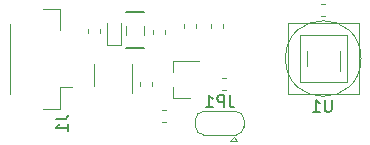
<source format=gbr>
%TF.GenerationSoftware,KiCad,Pcbnew,6.0.2+dfsg-1~bpo11+1*%
%TF.CreationDate,2022-03-18T21:18:22+00:00*%
%TF.ProjectId,TFHT01B,54464854-3031-4422-9e6b-696361645f70,rev?*%
%TF.SameCoordinates,Original*%
%TF.FileFunction,Legend,Bot*%
%TF.FilePolarity,Positive*%
%FSLAX46Y46*%
G04 Gerber Fmt 4.6, Leading zero omitted, Abs format (unit mm)*
G04 Created by KiCad (PCBNEW 6.0.2+dfsg-1~bpo11+1) date 2022-03-18 21:18:22*
%MOMM*%
%LPD*%
G01*
G04 APERTURE LIST*
%ADD10C,0.150000*%
%ADD11C,0.120000*%
G04 APERTURE END LIST*
D10*
%TO.C,JP1*%
X18867333Y4379620D02*
X18867333Y3665334D01*
X18914952Y3522477D01*
X19010190Y3427239D01*
X19153047Y3379620D01*
X19248285Y3379620D01*
X18391142Y3379620D02*
X18391142Y4379620D01*
X18010190Y4379620D01*
X17914952Y4332000D01*
X17867333Y4284381D01*
X17819714Y4189143D01*
X17819714Y4046286D01*
X17867333Y3951048D01*
X17914952Y3903429D01*
X18010190Y3855810D01*
X18391142Y3855810D01*
X16867333Y3379620D02*
X17438761Y3379620D01*
X17153047Y3379620D02*
X17153047Y4379620D01*
X17248285Y4236762D01*
X17343523Y4141524D01*
X17438761Y4093905D01*
%TO.C,U1*%
X27507904Y3997620D02*
X27507904Y3188096D01*
X27460285Y3092858D01*
X27412666Y3045239D01*
X27317428Y2997620D01*
X27126952Y2997620D01*
X27031714Y3045239D01*
X26984095Y3092858D01*
X26936476Y3188096D01*
X26936476Y3997620D01*
X25936476Y2997620D02*
X26507904Y2997620D01*
X26222190Y2997620D02*
X26222190Y3997620D01*
X26317428Y3854762D01*
X26412666Y3759524D01*
X26507904Y3711905D01*
%TO.C,J1*%
X4151380Y2365334D02*
X4865666Y2365334D01*
X5008523Y2412953D01*
X5103761Y2508191D01*
X5151380Y2651048D01*
X5151380Y2746286D01*
X5151380Y1365334D02*
X5151380Y1936762D01*
X5151380Y1651048D02*
X4151380Y1651048D01*
X4294238Y1746286D01*
X4389476Y1841524D01*
X4437095Y1936762D01*
D11*
%TO.C,JP1*%
X19234000Y832000D02*
X18934000Y532000D01*
X19234000Y832000D02*
X19534000Y532000D01*
X20084000Y1732000D02*
X20084000Y2332000D01*
X15984000Y2332000D02*
X15984000Y1732000D01*
X16634000Y1032000D02*
X19434000Y1032000D01*
X19534000Y532000D02*
X18934000Y532000D01*
X19434000Y3032000D02*
X16634000Y3032000D01*
X19384000Y1032000D02*
G75*
G03*
X20084000Y1732000I1J699999D01*
G01*
X15984000Y1732000D02*
G75*
G03*
X16684000Y1032000I699999J-1D01*
G01*
X20084000Y2332000D02*
G75*
G03*
X19384000Y3032000I-699999J1D01*
G01*
X16684000Y3032000D02*
G75*
G03*
X15984000Y2332000I-1J-699999D01*
G01*
%TO.C,C4*%
X12321000Y5196721D02*
X12321000Y5522279D01*
X11301000Y5196721D02*
X11301000Y5522279D01*
%TO.C,U1*%
X25390000Y6850000D02*
X25390000Y8150000D01*
X28210000Y6410000D02*
X28210000Y8150000D01*
%TO.C,D1*%
X8471000Y10475000D02*
X8471000Y8625000D01*
X9671000Y8625000D02*
X8471000Y8625000D01*
X9671000Y10475000D02*
X9671000Y8625000D01*
%TO.C,J1*%
X4510000Y5065000D02*
X5500000Y5065000D01*
X4510000Y3265000D02*
X4510000Y5065000D01*
X4510000Y11735000D02*
X4510000Y9935000D01*
X3060000Y11735000D02*
X4510000Y11735000D01*
X240000Y4535000D02*
X240000Y10465000D01*
X3060000Y3265000D02*
X4510000Y3265000D01*
%TO.C,R2*%
X18552279Y4824000D02*
X18226721Y4824000D01*
X18552279Y5844000D02*
X18226721Y5844000D01*
%TO.C,C5*%
X26633221Y11084000D02*
X26958779Y11084000D01*
X26633221Y12104000D02*
X26958779Y12104000D01*
%TO.C,R4*%
X13146721Y3177000D02*
X13472279Y3177000D01*
X13146721Y2157000D02*
X13472279Y2157000D01*
%TO.C,C1*%
X13406000Y9587221D02*
X13406000Y9912779D01*
X12386000Y9587221D02*
X12386000Y9912779D01*
%TO.C,Q1*%
X14099000Y4135000D02*
X14099000Y5065000D01*
X14099000Y7295000D02*
X16259000Y7295000D01*
X14099000Y4135000D02*
X15559000Y4135000D01*
X14099000Y7295000D02*
X14099000Y6365000D01*
%TO.C,C3*%
X11583000Y9519000D02*
X11583000Y10281000D01*
X10059000Y9519000D02*
X10059000Y10281000D01*
D10*
X10059000Y8376000D02*
X11583000Y8376000D01*
X11583000Y11424000D02*
X10059000Y11424000D01*
D11*
%TO.C,U3*%
X10627000Y6996000D02*
X10627000Y4546000D01*
X7407000Y5196000D02*
X7407000Y6996000D01*
%TO.C,R3*%
X18290000Y10449779D02*
X18290000Y10124221D01*
X17270000Y10449779D02*
X17270000Y10124221D01*
%TO.C,R10*%
X16004000Y10424279D02*
X16004000Y10098721D01*
X14984000Y10424279D02*
X14984000Y10098721D01*
%TO.C,R1*%
X7931000Y9687221D02*
X7931000Y10012779D01*
X6911000Y9687221D02*
X6911000Y10012779D01*
%TO.C,M7*%
X28800000Y9500000D02*
X24800000Y9500000D01*
X24800000Y9500000D02*
X24800000Y5500000D01*
X24800000Y5500000D02*
X28800000Y5500000D01*
X28800000Y5500000D02*
X28800000Y9500000D01*
X29800000Y10500000D02*
X23800000Y10500000D01*
X23800000Y10500000D02*
X23800000Y4500000D01*
X23800000Y4500000D02*
X29800000Y4500000D01*
X29800000Y4500000D02*
X29800000Y10500000D01*
X30000000Y7500000D02*
G75*
G03*
X30000000Y7500000I-3200000J0D01*
G01*
%TD*%
M02*

</source>
